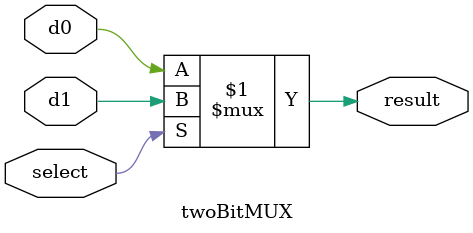
<source format=v>
module twoBitMUX(d0, d1, select, result);

  input d0;
  input d1;
  input select;

  output result;

  assign result = select ? d1 : d0;

endmodule

/* 
  0 d0
  1 d1
*/
</source>
